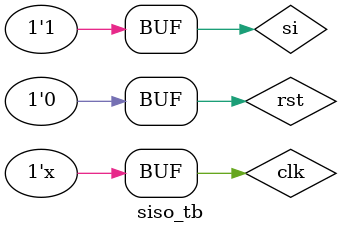
<source format=v>
module siso(si,clk,rst,so);
  input si,clk,rst;
  output so;
  reg [3:0]q;
  
  always @(posedge clk,posedge rst)
  begin
    if(rst) q<=4'b0;
    else
      begin
        q<= q>>1;
        q[3]<=si;
      end
  end
  assign so=q[0];
endmodule

module siso_tb;
  reg si,clk,rst;
  wire so;
  siso s1(si,clk,rst,so);
  
  always
  #5 clk=~clk;
  
  initial
  begin
  si=0;clk=0;rst=1;#10;
  rst=0;
  
  si=1;#10;
  si=0;#10;
  si=1;#10;
  si=0;#10;
  si=0;#10;
  si=1;#10;
end
endmodule
</source>
